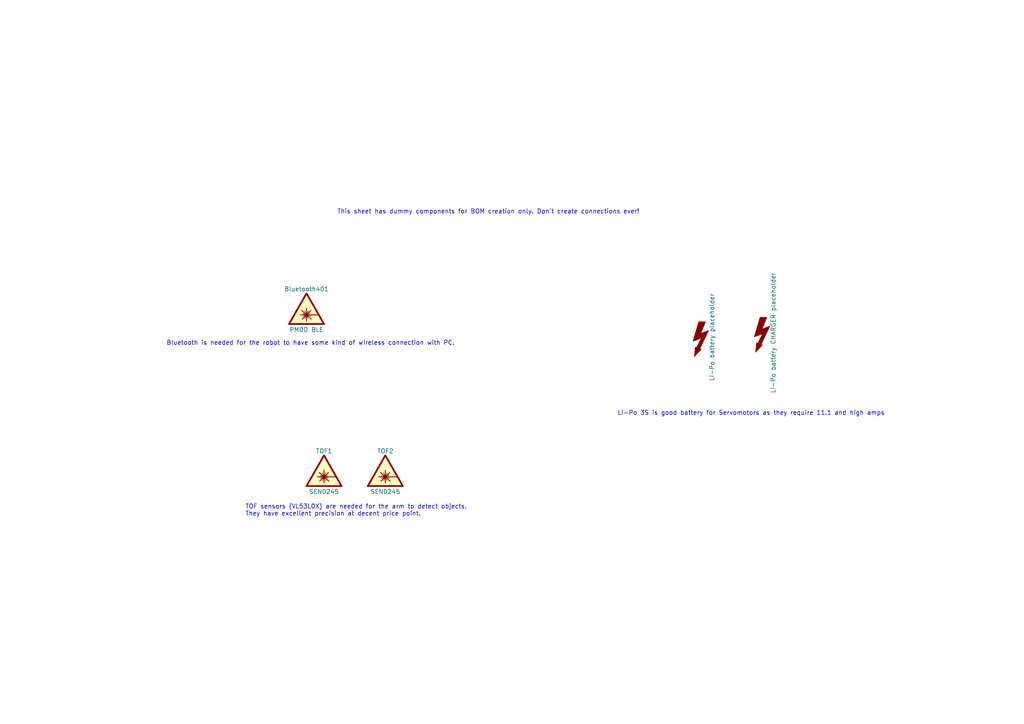
<source format=kicad_sch>
(kicad_sch (version 20211123) (generator eeschema)
  (paper "A4")
  (lib_symbols
    (symbol "Graphic:SYM_Flash_Large" (pin_names (offset 1.016))
      (symbol "SYM_Flash_Large_0_1"
        (polyline (pts (xy 0.127 -3.556) (xy -1.524 -2.921) (xy -1.778 -5.588) (xy 0.127 -3.556)) (stroke (width 0.2032)) (fill (type outline)))
        (polyline (pts (xy -0.508 4.445) (xy 1.397 4.445) (xy 0 1.016) (xy 2.286 1.905) (xy -0.508 -3.937) (xy -1.397 -3.556) (xy 0.254 -0.254) (xy -2.159 -1.143) (xy -0.508 4.445)) (stroke (width 0.2032)) (fill (type outline)))
      )
    )
    (symbol "Graphic:SYM_LASER_Large" (pin_names (offset 1.016) hide)
      (symbol "SYM_LASER_Large_0_1"
        (polyline (pts (xy -1.905 -2.413) (xy 3.556 -2.413)) (stroke (width 0.254)))
        (polyline (pts (xy -1.27 -3.683) (xy 1.27 -1.143)) (stroke (width 0.254)))
        (polyline (pts (xy -1.143 -2.921) (xy 1.143 -1.905)))
        (polyline (pts (xy -1.143 -2.032) (xy 1.143 -2.794)))
        (polyline (pts (xy -0.508 -1.27) (xy 0.508 -3.556)))
        (polyline (pts (xy 0 -4.191) (xy 0 -0.508)) (stroke (width 0.254)))
        (polyline (pts (xy 0.508 -1.27) (xy -0.508 -3.556)))
        (polyline (pts (xy 1.397 -3.683) (xy -1.397 -1.143)) (stroke (width 0.254)))
        (polyline (pts (xy -5.08 -5.08) (xy 5.08 -5.08) (xy 0 3.81) (xy -5.08 -5.08)) (stroke (width 0.508)) (fill (type background)))
      )
    )
  )
  (text "Bluetooth is needed for the robot to have some kind of wireless connection with PC." (at 48.26 100.33 0) (effects (font (size 1.27 1.27)) (justify left bottom)))
  (text "This sheet has dummy components for BOM creation only. Don't create connections ever!" (at 97.79 62.23 0) (effects (font (size 1.27 1.27)) (justify left bottom)))
  (text "TOF sensors (VL53L0X) are needed for the arm to detect objects.\nThey have excellent precision at decent price point." (at 71.12 149.86 0) (effects (font (size 1.27 1.27)) (justify left bottom)))
  (text "Li-Po 3S is good battery for Servomotors as they require 11.1 and high amps" (at 179.07 120.65 0) (effects (font (size 1.27 1.27)) (justify left bottom)))
  (symbol (lib_id "Graphic:SYM_Flash_Large") (at 203.2 97.79 0) (unit 1)
    (property "Reference" "LiPo_bat401" (effects hide))
    (property "Value" "Li-Po battery placeholder" (at 206.502 97.79 90))
    (property "PurchaseLoc" "https://hobbyking.com/en_us/zippy-compact-1800mah-3s-25c-lipo-pack.html" (effects hide))
    (property "Price" "13.42" (effects hide))
  )
  (symbol (lib_id "Graphic:SYM_Flash_Large") (at 220.98 96.52 0) (unit 1)
    (property "Reference" "LiPo_charger401" (effects hide))
    (property "Value" "Li-Po battery CHARGER placeholder" (at 224.282 96.52 90))
    (property "PurchaseLoc" "https://hobbyking.com/en_us/turnigy-e3-compact-2s-3s-lipo-charger-100-240v-eu-plug.html" (effects hide))
    (property "Price" "14.39" (effects hide))
  )
  (symbol (lib_id "Graphic:SYM_LASER_Large") (at 93.98 135.89 0) (unit 1)
    (property "Reference" "TOF1" (at 93.98 130.81 0))
    (property "Value" "SEN0245" (at 93.98 142.621 0))
    (property "PurchaseLoc" "https://www.digikey.fi/en/products/detail/dfrobot/SEN0245/8827827?s=N4IgTCBcDaIG4BsCsBmBAGAHiAugXyA" (effects hide))
    (property "Price" "24.14" (effects hide))
  )
  (symbol (lib_id "Graphic:SYM_LASER_Large") (at 111.76 135.89 0) (unit 1)
    (property "Reference" "TOF2" (at 111.76 130.81 0))
    (property "Value" "SEN0245" (at 111.76 142.621 0))
    (property "PurchaseLoc" "https://www.digikey.fi/en/products/detail/dfrobot/SEN0245/8827827?s=N4IgTCBcDaIG4BsCsBmBAGAHiAugXyA" (effects hide))
    (property "Price" "24.14" (effects hide))
  )
  (symbol (lib_id "Graphic:SYM_LASER_Large") (at 88.9 88.9 0) (unit 1)
    (property "Reference" "Bluetooth401" (at 88.9 83.82 0))
    (property "Value" "PMOD BLE" (at 88.9 95.631 0))
    (property "PurchaseLoc" "https://www.digikey.fi/en/products/detail/digilent-inc/410-359/8605090" (effects hide))
    (property "Price" "23.38" (effects hide))
  )
)
</source>
